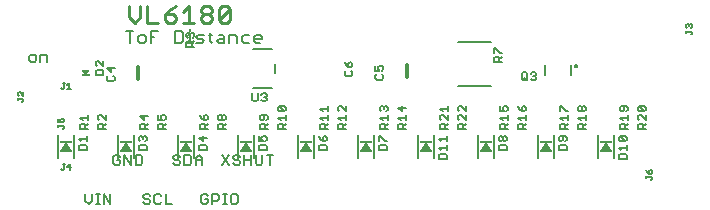
<source format=gbr>
G04 EAGLE Gerber RS-274X export*
G75*
%MOMM*%
%FSLAX34Y34*%
%LPD*%
%INSilkscreen Top*%
%IPPOS*%
%AMOC8*
5,1,8,0,0,1.08239X$1,22.5*%
G01*
%ADD10C,0.152400*%
%ADD11C,0.254000*%
%ADD12C,0.177800*%
%ADD13C,0.127000*%
%ADD14C,0.203200*%
%ADD15R,1.000000X0.200000*%
%ADD16C,0.304800*%
%ADD17R,0.762000X0.127000*%

G36*
X291631Y50335D02*
X291631Y50335D01*
X291703Y50335D01*
X291771Y50355D01*
X291842Y50365D01*
X291907Y50394D01*
X291976Y50414D01*
X292036Y50452D01*
X292101Y50481D01*
X292156Y50527D01*
X292216Y50565D01*
X292264Y50619D01*
X292318Y50665D01*
X292358Y50724D01*
X292405Y50778D01*
X292436Y50842D01*
X292476Y50901D01*
X292497Y50970D01*
X292528Y51034D01*
X292540Y51104D01*
X292561Y51172D01*
X292563Y51244D01*
X292575Y51315D01*
X292567Y51385D01*
X292569Y51456D01*
X292550Y51526D01*
X292542Y51597D01*
X292517Y51652D01*
X292497Y51731D01*
X292436Y51834D01*
X292405Y51903D01*
X290405Y54903D01*
X290328Y54990D01*
X290255Y55080D01*
X290233Y55095D01*
X290215Y55115D01*
X290118Y55177D01*
X290023Y55244D01*
X289997Y55252D01*
X289975Y55267D01*
X289864Y55299D01*
X289754Y55337D01*
X289727Y55338D01*
X289702Y55345D01*
X289586Y55345D01*
X289470Y55351D01*
X289444Y55345D01*
X289417Y55345D01*
X289306Y55313D01*
X289193Y55287D01*
X289170Y55274D01*
X289144Y55266D01*
X289046Y55204D01*
X288945Y55148D01*
X288929Y55130D01*
X288904Y55115D01*
X288719Y54907D01*
X288715Y54903D01*
X286715Y51903D01*
X286684Y51839D01*
X286645Y51779D01*
X286623Y51711D01*
X286592Y51647D01*
X286580Y51576D01*
X286559Y51508D01*
X286557Y51437D01*
X286545Y51367D01*
X286553Y51295D01*
X286551Y51224D01*
X286569Y51155D01*
X286578Y51084D01*
X286605Y51018D01*
X286623Y50949D01*
X286660Y50888D01*
X286687Y50822D01*
X286732Y50766D01*
X286769Y50704D01*
X286820Y50655D01*
X286865Y50600D01*
X286924Y50559D01*
X286976Y50510D01*
X287039Y50477D01*
X287097Y50436D01*
X287165Y50413D01*
X287229Y50380D01*
X287288Y50370D01*
X287366Y50343D01*
X287485Y50337D01*
X287560Y50325D01*
X291560Y50325D01*
X291631Y50335D01*
G37*
G36*
X342431Y50335D02*
X342431Y50335D01*
X342503Y50335D01*
X342571Y50355D01*
X342642Y50365D01*
X342707Y50394D01*
X342776Y50414D01*
X342836Y50452D01*
X342901Y50481D01*
X342956Y50527D01*
X343016Y50565D01*
X343064Y50619D01*
X343118Y50665D01*
X343158Y50724D01*
X343205Y50778D01*
X343236Y50842D01*
X343276Y50901D01*
X343297Y50970D01*
X343328Y51034D01*
X343340Y51104D01*
X343361Y51172D01*
X343363Y51244D01*
X343375Y51315D01*
X343367Y51385D01*
X343369Y51456D01*
X343350Y51526D01*
X343342Y51597D01*
X343317Y51652D01*
X343297Y51731D01*
X343236Y51834D01*
X343205Y51903D01*
X341205Y54903D01*
X341128Y54990D01*
X341055Y55080D01*
X341033Y55095D01*
X341015Y55115D01*
X340918Y55177D01*
X340823Y55244D01*
X340797Y55252D01*
X340775Y55267D01*
X340664Y55299D01*
X340554Y55337D01*
X340527Y55338D01*
X340502Y55345D01*
X340386Y55345D01*
X340270Y55351D01*
X340244Y55345D01*
X340217Y55345D01*
X340106Y55313D01*
X339993Y55287D01*
X339970Y55274D01*
X339944Y55266D01*
X339846Y55204D01*
X339745Y55148D01*
X339729Y55130D01*
X339704Y55115D01*
X339519Y54907D01*
X339515Y54903D01*
X337515Y51903D01*
X337484Y51839D01*
X337445Y51779D01*
X337423Y51711D01*
X337392Y51647D01*
X337380Y51576D01*
X337359Y51508D01*
X337357Y51437D01*
X337345Y51367D01*
X337353Y51295D01*
X337351Y51224D01*
X337369Y51155D01*
X337378Y51084D01*
X337405Y51018D01*
X337423Y50949D01*
X337460Y50888D01*
X337487Y50822D01*
X337532Y50766D01*
X337569Y50704D01*
X337620Y50655D01*
X337665Y50600D01*
X337724Y50559D01*
X337776Y50510D01*
X337839Y50477D01*
X337897Y50436D01*
X337965Y50413D01*
X338029Y50380D01*
X338088Y50370D01*
X338166Y50343D01*
X338285Y50337D01*
X338360Y50325D01*
X342360Y50325D01*
X342431Y50335D01*
G37*
G36*
X494831Y50335D02*
X494831Y50335D01*
X494903Y50335D01*
X494971Y50355D01*
X495042Y50365D01*
X495107Y50394D01*
X495176Y50414D01*
X495236Y50452D01*
X495301Y50481D01*
X495356Y50527D01*
X495416Y50565D01*
X495464Y50619D01*
X495518Y50665D01*
X495558Y50724D01*
X495605Y50778D01*
X495636Y50842D01*
X495676Y50901D01*
X495697Y50970D01*
X495728Y51034D01*
X495740Y51104D01*
X495761Y51172D01*
X495763Y51244D01*
X495775Y51315D01*
X495767Y51385D01*
X495769Y51456D01*
X495750Y51526D01*
X495742Y51597D01*
X495717Y51652D01*
X495697Y51731D01*
X495636Y51834D01*
X495605Y51903D01*
X493605Y54903D01*
X493528Y54990D01*
X493455Y55080D01*
X493433Y55095D01*
X493415Y55115D01*
X493318Y55177D01*
X493223Y55244D01*
X493197Y55252D01*
X493175Y55267D01*
X493064Y55299D01*
X492954Y55337D01*
X492927Y55338D01*
X492902Y55345D01*
X492786Y55345D01*
X492670Y55351D01*
X492644Y55345D01*
X492617Y55345D01*
X492506Y55313D01*
X492393Y55287D01*
X492370Y55274D01*
X492344Y55266D01*
X492246Y55204D01*
X492145Y55148D01*
X492129Y55130D01*
X492104Y55115D01*
X491919Y54907D01*
X491915Y54903D01*
X489915Y51903D01*
X489884Y51839D01*
X489845Y51779D01*
X489823Y51711D01*
X489792Y51647D01*
X489780Y51576D01*
X489759Y51508D01*
X489757Y51437D01*
X489745Y51367D01*
X489753Y51295D01*
X489751Y51224D01*
X489769Y51155D01*
X489778Y51084D01*
X489805Y51018D01*
X489823Y50949D01*
X489860Y50888D01*
X489887Y50822D01*
X489932Y50766D01*
X489969Y50704D01*
X490020Y50655D01*
X490065Y50600D01*
X490124Y50559D01*
X490176Y50510D01*
X490239Y50477D01*
X490297Y50436D01*
X490365Y50413D01*
X490429Y50380D01*
X490488Y50370D01*
X490566Y50343D01*
X490685Y50337D01*
X490760Y50325D01*
X494760Y50325D01*
X494831Y50335D01*
G37*
G36*
X444031Y50335D02*
X444031Y50335D01*
X444103Y50335D01*
X444171Y50355D01*
X444242Y50365D01*
X444307Y50394D01*
X444376Y50414D01*
X444436Y50452D01*
X444501Y50481D01*
X444556Y50527D01*
X444616Y50565D01*
X444664Y50619D01*
X444718Y50665D01*
X444758Y50724D01*
X444805Y50778D01*
X444836Y50842D01*
X444876Y50901D01*
X444897Y50970D01*
X444928Y51034D01*
X444940Y51104D01*
X444961Y51172D01*
X444963Y51244D01*
X444975Y51315D01*
X444967Y51385D01*
X444969Y51456D01*
X444950Y51526D01*
X444942Y51597D01*
X444917Y51652D01*
X444897Y51731D01*
X444836Y51834D01*
X444805Y51903D01*
X442805Y54903D01*
X442728Y54990D01*
X442655Y55080D01*
X442633Y55095D01*
X442615Y55115D01*
X442518Y55177D01*
X442423Y55244D01*
X442397Y55252D01*
X442375Y55267D01*
X442264Y55299D01*
X442154Y55337D01*
X442127Y55338D01*
X442102Y55345D01*
X441986Y55345D01*
X441870Y55351D01*
X441844Y55345D01*
X441817Y55345D01*
X441706Y55313D01*
X441593Y55287D01*
X441570Y55274D01*
X441544Y55266D01*
X441446Y55204D01*
X441345Y55148D01*
X441329Y55130D01*
X441304Y55115D01*
X441119Y54907D01*
X441115Y54903D01*
X439115Y51903D01*
X439084Y51839D01*
X439045Y51779D01*
X439023Y51711D01*
X438992Y51647D01*
X438980Y51576D01*
X438959Y51508D01*
X438957Y51437D01*
X438945Y51367D01*
X438953Y51295D01*
X438951Y51224D01*
X438969Y51155D01*
X438978Y51084D01*
X439005Y51018D01*
X439023Y50949D01*
X439060Y50888D01*
X439087Y50822D01*
X439132Y50766D01*
X439169Y50704D01*
X439220Y50655D01*
X439265Y50600D01*
X439324Y50559D01*
X439376Y50510D01*
X439439Y50477D01*
X439497Y50436D01*
X439565Y50413D01*
X439629Y50380D01*
X439688Y50370D01*
X439766Y50343D01*
X439885Y50337D01*
X439960Y50325D01*
X443960Y50325D01*
X444031Y50335D01*
G37*
G36*
X393231Y50335D02*
X393231Y50335D01*
X393303Y50335D01*
X393371Y50355D01*
X393442Y50365D01*
X393507Y50394D01*
X393576Y50414D01*
X393636Y50452D01*
X393701Y50481D01*
X393756Y50527D01*
X393816Y50565D01*
X393864Y50619D01*
X393918Y50665D01*
X393958Y50724D01*
X394005Y50778D01*
X394036Y50842D01*
X394076Y50901D01*
X394097Y50970D01*
X394128Y51034D01*
X394140Y51104D01*
X394161Y51172D01*
X394163Y51244D01*
X394175Y51315D01*
X394167Y51385D01*
X394169Y51456D01*
X394150Y51526D01*
X394142Y51597D01*
X394117Y51652D01*
X394097Y51731D01*
X394036Y51834D01*
X394005Y51903D01*
X392005Y54903D01*
X391928Y54990D01*
X391855Y55080D01*
X391833Y55095D01*
X391815Y55115D01*
X391718Y55177D01*
X391623Y55244D01*
X391597Y55252D01*
X391575Y55267D01*
X391464Y55299D01*
X391354Y55337D01*
X391327Y55338D01*
X391302Y55345D01*
X391186Y55345D01*
X391070Y55351D01*
X391044Y55345D01*
X391017Y55345D01*
X390906Y55313D01*
X390793Y55287D01*
X390770Y55274D01*
X390744Y55266D01*
X390646Y55204D01*
X390545Y55148D01*
X390529Y55130D01*
X390504Y55115D01*
X390319Y54907D01*
X390315Y54903D01*
X388315Y51903D01*
X388284Y51839D01*
X388245Y51779D01*
X388223Y51711D01*
X388192Y51647D01*
X388180Y51576D01*
X388159Y51508D01*
X388157Y51437D01*
X388145Y51367D01*
X388153Y51295D01*
X388151Y51224D01*
X388169Y51155D01*
X388178Y51084D01*
X388205Y51018D01*
X388223Y50949D01*
X388260Y50888D01*
X388287Y50822D01*
X388332Y50766D01*
X388369Y50704D01*
X388420Y50655D01*
X388465Y50600D01*
X388524Y50559D01*
X388576Y50510D01*
X388639Y50477D01*
X388697Y50436D01*
X388765Y50413D01*
X388829Y50380D01*
X388888Y50370D01*
X388966Y50343D01*
X389085Y50337D01*
X389160Y50325D01*
X393160Y50325D01*
X393231Y50335D01*
G37*
G36*
X37631Y50335D02*
X37631Y50335D01*
X37703Y50335D01*
X37771Y50355D01*
X37842Y50365D01*
X37907Y50394D01*
X37976Y50414D01*
X38036Y50452D01*
X38101Y50481D01*
X38156Y50527D01*
X38216Y50565D01*
X38264Y50619D01*
X38318Y50665D01*
X38358Y50724D01*
X38405Y50778D01*
X38436Y50842D01*
X38476Y50901D01*
X38497Y50970D01*
X38528Y51034D01*
X38540Y51104D01*
X38561Y51172D01*
X38563Y51244D01*
X38575Y51315D01*
X38567Y51385D01*
X38569Y51456D01*
X38550Y51526D01*
X38542Y51597D01*
X38517Y51652D01*
X38497Y51731D01*
X38436Y51834D01*
X38405Y51903D01*
X36405Y54903D01*
X36328Y54990D01*
X36255Y55080D01*
X36233Y55095D01*
X36215Y55115D01*
X36118Y55177D01*
X36023Y55244D01*
X35997Y55252D01*
X35975Y55267D01*
X35864Y55299D01*
X35754Y55337D01*
X35727Y55338D01*
X35702Y55345D01*
X35586Y55345D01*
X35470Y55351D01*
X35444Y55345D01*
X35417Y55345D01*
X35306Y55313D01*
X35193Y55287D01*
X35170Y55274D01*
X35144Y55266D01*
X35046Y55204D01*
X34945Y55148D01*
X34929Y55130D01*
X34904Y55115D01*
X34719Y54907D01*
X34715Y54903D01*
X32715Y51903D01*
X32684Y51839D01*
X32645Y51779D01*
X32623Y51711D01*
X32592Y51647D01*
X32580Y51576D01*
X32559Y51508D01*
X32557Y51437D01*
X32545Y51367D01*
X32553Y51295D01*
X32551Y51224D01*
X32569Y51155D01*
X32578Y51084D01*
X32605Y51018D01*
X32623Y50949D01*
X32660Y50888D01*
X32687Y50822D01*
X32732Y50766D01*
X32769Y50704D01*
X32820Y50655D01*
X32865Y50600D01*
X32924Y50559D01*
X32976Y50510D01*
X33039Y50477D01*
X33097Y50436D01*
X33165Y50413D01*
X33229Y50380D01*
X33288Y50370D01*
X33366Y50343D01*
X33485Y50337D01*
X33560Y50325D01*
X37560Y50325D01*
X37631Y50335D01*
G37*
G36*
X240831Y50335D02*
X240831Y50335D01*
X240903Y50335D01*
X240971Y50355D01*
X241042Y50365D01*
X241107Y50394D01*
X241176Y50414D01*
X241236Y50452D01*
X241301Y50481D01*
X241356Y50527D01*
X241416Y50565D01*
X241464Y50619D01*
X241518Y50665D01*
X241558Y50724D01*
X241605Y50778D01*
X241636Y50842D01*
X241676Y50901D01*
X241697Y50970D01*
X241728Y51034D01*
X241740Y51104D01*
X241761Y51172D01*
X241763Y51244D01*
X241775Y51315D01*
X241767Y51385D01*
X241769Y51456D01*
X241750Y51526D01*
X241742Y51597D01*
X241717Y51652D01*
X241697Y51731D01*
X241636Y51834D01*
X241605Y51903D01*
X239605Y54903D01*
X239528Y54990D01*
X239455Y55080D01*
X239433Y55095D01*
X239415Y55115D01*
X239318Y55177D01*
X239223Y55244D01*
X239197Y55252D01*
X239175Y55267D01*
X239064Y55299D01*
X238954Y55337D01*
X238927Y55338D01*
X238902Y55345D01*
X238786Y55345D01*
X238670Y55351D01*
X238644Y55345D01*
X238617Y55345D01*
X238506Y55313D01*
X238393Y55287D01*
X238370Y55274D01*
X238344Y55266D01*
X238246Y55204D01*
X238145Y55148D01*
X238129Y55130D01*
X238104Y55115D01*
X237919Y54907D01*
X237915Y54903D01*
X235915Y51903D01*
X235884Y51839D01*
X235845Y51779D01*
X235823Y51711D01*
X235792Y51647D01*
X235780Y51576D01*
X235759Y51508D01*
X235757Y51437D01*
X235745Y51367D01*
X235753Y51295D01*
X235751Y51224D01*
X235769Y51155D01*
X235778Y51084D01*
X235805Y51018D01*
X235823Y50949D01*
X235860Y50888D01*
X235887Y50822D01*
X235932Y50766D01*
X235969Y50704D01*
X236020Y50655D01*
X236065Y50600D01*
X236124Y50559D01*
X236176Y50510D01*
X236239Y50477D01*
X236297Y50436D01*
X236365Y50413D01*
X236429Y50380D01*
X236488Y50370D01*
X236566Y50343D01*
X236685Y50337D01*
X236760Y50325D01*
X240760Y50325D01*
X240831Y50335D01*
G37*
G36*
X190031Y50335D02*
X190031Y50335D01*
X190103Y50335D01*
X190171Y50355D01*
X190242Y50365D01*
X190307Y50394D01*
X190376Y50414D01*
X190436Y50452D01*
X190501Y50481D01*
X190556Y50527D01*
X190616Y50565D01*
X190664Y50619D01*
X190718Y50665D01*
X190758Y50724D01*
X190805Y50778D01*
X190836Y50842D01*
X190876Y50901D01*
X190897Y50970D01*
X190928Y51034D01*
X190940Y51104D01*
X190961Y51172D01*
X190963Y51244D01*
X190975Y51315D01*
X190967Y51385D01*
X190969Y51456D01*
X190950Y51526D01*
X190942Y51597D01*
X190917Y51652D01*
X190897Y51731D01*
X190836Y51834D01*
X190805Y51903D01*
X188805Y54903D01*
X188728Y54990D01*
X188655Y55080D01*
X188633Y55095D01*
X188615Y55115D01*
X188518Y55177D01*
X188423Y55244D01*
X188397Y55252D01*
X188375Y55267D01*
X188264Y55299D01*
X188154Y55337D01*
X188127Y55338D01*
X188102Y55345D01*
X187986Y55345D01*
X187870Y55351D01*
X187844Y55345D01*
X187817Y55345D01*
X187706Y55313D01*
X187593Y55287D01*
X187570Y55274D01*
X187544Y55266D01*
X187446Y55204D01*
X187345Y55148D01*
X187329Y55130D01*
X187304Y55115D01*
X187119Y54907D01*
X187115Y54903D01*
X185115Y51903D01*
X185084Y51839D01*
X185045Y51779D01*
X185023Y51711D01*
X184992Y51647D01*
X184980Y51576D01*
X184959Y51508D01*
X184957Y51437D01*
X184945Y51367D01*
X184953Y51295D01*
X184951Y51224D01*
X184969Y51155D01*
X184978Y51084D01*
X185005Y51018D01*
X185023Y50949D01*
X185060Y50888D01*
X185087Y50822D01*
X185132Y50766D01*
X185169Y50704D01*
X185220Y50655D01*
X185265Y50600D01*
X185324Y50559D01*
X185376Y50510D01*
X185439Y50477D01*
X185497Y50436D01*
X185565Y50413D01*
X185629Y50380D01*
X185688Y50370D01*
X185766Y50343D01*
X185885Y50337D01*
X185960Y50325D01*
X189960Y50325D01*
X190031Y50335D01*
G37*
G36*
X139231Y50335D02*
X139231Y50335D01*
X139303Y50335D01*
X139371Y50355D01*
X139442Y50365D01*
X139507Y50394D01*
X139576Y50414D01*
X139636Y50452D01*
X139701Y50481D01*
X139756Y50527D01*
X139816Y50565D01*
X139864Y50619D01*
X139918Y50665D01*
X139958Y50724D01*
X140005Y50778D01*
X140036Y50842D01*
X140076Y50901D01*
X140097Y50970D01*
X140128Y51034D01*
X140140Y51104D01*
X140161Y51172D01*
X140163Y51244D01*
X140175Y51315D01*
X140167Y51385D01*
X140169Y51456D01*
X140150Y51526D01*
X140142Y51597D01*
X140117Y51652D01*
X140097Y51731D01*
X140036Y51834D01*
X140005Y51903D01*
X138005Y54903D01*
X137928Y54990D01*
X137855Y55080D01*
X137833Y55095D01*
X137815Y55115D01*
X137718Y55177D01*
X137623Y55244D01*
X137597Y55252D01*
X137575Y55267D01*
X137464Y55299D01*
X137354Y55337D01*
X137327Y55338D01*
X137302Y55345D01*
X137186Y55345D01*
X137070Y55351D01*
X137044Y55345D01*
X137017Y55345D01*
X136906Y55313D01*
X136793Y55287D01*
X136770Y55274D01*
X136744Y55266D01*
X136646Y55204D01*
X136545Y55148D01*
X136529Y55130D01*
X136504Y55115D01*
X136319Y54907D01*
X136315Y54903D01*
X134315Y51903D01*
X134284Y51839D01*
X134245Y51779D01*
X134223Y51711D01*
X134192Y51647D01*
X134180Y51576D01*
X134159Y51508D01*
X134157Y51437D01*
X134145Y51367D01*
X134153Y51295D01*
X134151Y51224D01*
X134169Y51155D01*
X134178Y51084D01*
X134205Y51018D01*
X134223Y50949D01*
X134260Y50888D01*
X134287Y50822D01*
X134332Y50766D01*
X134369Y50704D01*
X134420Y50655D01*
X134465Y50600D01*
X134524Y50559D01*
X134576Y50510D01*
X134639Y50477D01*
X134697Y50436D01*
X134765Y50413D01*
X134829Y50380D01*
X134888Y50370D01*
X134966Y50343D01*
X135085Y50337D01*
X135160Y50325D01*
X139160Y50325D01*
X139231Y50335D01*
G37*
G36*
X88431Y50335D02*
X88431Y50335D01*
X88503Y50335D01*
X88571Y50355D01*
X88642Y50365D01*
X88707Y50394D01*
X88776Y50414D01*
X88836Y50452D01*
X88901Y50481D01*
X88956Y50527D01*
X89016Y50565D01*
X89064Y50619D01*
X89118Y50665D01*
X89158Y50724D01*
X89205Y50778D01*
X89236Y50842D01*
X89276Y50901D01*
X89297Y50970D01*
X89328Y51034D01*
X89340Y51104D01*
X89361Y51172D01*
X89363Y51244D01*
X89375Y51315D01*
X89367Y51385D01*
X89369Y51456D01*
X89350Y51526D01*
X89342Y51597D01*
X89317Y51652D01*
X89297Y51731D01*
X89236Y51834D01*
X89205Y51903D01*
X87205Y54903D01*
X87128Y54990D01*
X87055Y55080D01*
X87033Y55095D01*
X87015Y55115D01*
X86918Y55177D01*
X86823Y55244D01*
X86797Y55252D01*
X86775Y55267D01*
X86664Y55299D01*
X86554Y55337D01*
X86527Y55338D01*
X86502Y55345D01*
X86386Y55345D01*
X86270Y55351D01*
X86244Y55345D01*
X86217Y55345D01*
X86106Y55313D01*
X85993Y55287D01*
X85970Y55274D01*
X85944Y55266D01*
X85846Y55204D01*
X85745Y55148D01*
X85729Y55130D01*
X85704Y55115D01*
X85519Y54907D01*
X85515Y54903D01*
X83515Y51903D01*
X83484Y51839D01*
X83445Y51779D01*
X83423Y51711D01*
X83392Y51647D01*
X83380Y51576D01*
X83359Y51508D01*
X83357Y51437D01*
X83345Y51367D01*
X83353Y51295D01*
X83351Y51224D01*
X83369Y51155D01*
X83378Y51084D01*
X83405Y51018D01*
X83423Y50949D01*
X83460Y50888D01*
X83487Y50822D01*
X83532Y50766D01*
X83569Y50704D01*
X83620Y50655D01*
X83665Y50600D01*
X83724Y50559D01*
X83776Y50510D01*
X83839Y50477D01*
X83897Y50436D01*
X83965Y50413D01*
X84029Y50380D01*
X84088Y50370D01*
X84166Y50343D01*
X84285Y50337D01*
X84360Y50325D01*
X88360Y50325D01*
X88431Y50335D01*
G37*
G36*
X52109Y113416D02*
X52109Y113416D01*
X52129Y113414D01*
X52230Y113439D01*
X52332Y113458D01*
X52349Y113468D01*
X52368Y113472D01*
X52456Y113528D01*
X52546Y113579D01*
X52563Y113596D01*
X52576Y113604D01*
X52596Y113629D01*
X52664Y113697D01*
X55204Y116872D01*
X55219Y116898D01*
X55240Y116920D01*
X55279Y117005D01*
X55325Y117087D01*
X55331Y117116D01*
X55343Y117143D01*
X55353Y117236D01*
X55371Y117328D01*
X55367Y117358D01*
X55370Y117387D01*
X55350Y117479D01*
X55338Y117572D01*
X55324Y117599D01*
X55318Y117628D01*
X55270Y117708D01*
X55228Y117792D01*
X55207Y117813D01*
X55192Y117839D01*
X55120Y117900D01*
X55054Y117966D01*
X55028Y117979D01*
X55005Y117999D01*
X54918Y118034D01*
X54834Y118076D01*
X54804Y118080D01*
X54777Y118091D01*
X54610Y118109D01*
X49530Y118109D01*
X49501Y118104D01*
X49471Y118107D01*
X49380Y118085D01*
X49287Y118070D01*
X49261Y118056D01*
X49232Y118049D01*
X49153Y117998D01*
X49070Y117954D01*
X49049Y117933D01*
X49024Y117917D01*
X48965Y117844D01*
X48901Y117776D01*
X48888Y117749D01*
X48869Y117726D01*
X48836Y117638D01*
X48797Y117553D01*
X48794Y117523D01*
X48783Y117496D01*
X48780Y117402D01*
X48770Y117309D01*
X48776Y117279D01*
X48775Y117250D01*
X48802Y117160D01*
X48822Y117068D01*
X48837Y117043D01*
X48846Y117014D01*
X48936Y116872D01*
X51476Y113697D01*
X51553Y113628D01*
X51626Y113555D01*
X51644Y113546D01*
X51658Y113533D01*
X51754Y113491D01*
X51846Y113445D01*
X51866Y113443D01*
X51884Y113435D01*
X51987Y113426D01*
X52090Y113412D01*
X52109Y113416D01*
G37*
D10*
X51788Y13215D02*
X51788Y7453D01*
X54670Y4572D01*
X57551Y7453D01*
X57551Y13215D01*
X61144Y4572D02*
X64025Y4572D01*
X62584Y4572D02*
X62584Y13215D01*
X61144Y13215D02*
X64025Y13215D01*
X67380Y13215D02*
X67380Y4572D01*
X73143Y4572D02*
X67380Y13215D01*
X73143Y13215D02*
X73143Y4572D01*
X81391Y44795D02*
X79951Y46235D01*
X77070Y46235D01*
X75629Y44795D01*
X75629Y39033D01*
X77070Y37592D01*
X79951Y37592D01*
X81391Y39033D01*
X81391Y41914D01*
X78510Y41914D01*
X84984Y46235D02*
X84984Y37592D01*
X90747Y37592D02*
X84984Y46235D01*
X90747Y46235D02*
X90747Y37592D01*
X94340Y37592D02*
X94340Y46235D01*
X94340Y37592D02*
X98661Y37592D01*
X100102Y39033D01*
X100102Y44795D01*
X98661Y46235D01*
X94340Y46235D01*
X105351Y13215D02*
X106791Y11775D01*
X105351Y13215D02*
X102470Y13215D01*
X101029Y11775D01*
X101029Y10334D01*
X102470Y8894D01*
X105351Y8894D01*
X106791Y7453D01*
X106791Y6013D01*
X105351Y4572D01*
X102470Y4572D01*
X101029Y6013D01*
X114706Y13215D02*
X116147Y11775D01*
X114706Y13215D02*
X111825Y13215D01*
X110384Y11775D01*
X110384Y6013D01*
X111825Y4572D01*
X114706Y4572D01*
X116147Y6013D01*
X119740Y4572D02*
X119740Y13215D01*
X119740Y4572D02*
X125502Y4572D01*
X132191Y44795D02*
X130751Y46235D01*
X127870Y46235D01*
X126429Y44795D01*
X126429Y43354D01*
X127870Y41914D01*
X130751Y41914D01*
X132191Y40473D01*
X132191Y39033D01*
X130751Y37592D01*
X127870Y37592D01*
X126429Y39033D01*
X135784Y37592D02*
X135784Y46235D01*
X135784Y37592D02*
X140106Y37592D01*
X141547Y39033D01*
X141547Y44795D01*
X140106Y46235D01*
X135784Y46235D01*
X145140Y43354D02*
X145140Y37592D01*
X145140Y43354D02*
X148021Y46235D01*
X150902Y43354D01*
X150902Y37592D01*
X150902Y41914D02*
X145140Y41914D01*
X154303Y13215D02*
X155743Y11775D01*
X154303Y13215D02*
X151421Y13215D01*
X149981Y11775D01*
X149981Y6013D01*
X151421Y4572D01*
X154303Y4572D01*
X155743Y6013D01*
X155743Y8894D01*
X152862Y8894D01*
X159336Y13215D02*
X159336Y4572D01*
X159336Y13215D02*
X163658Y13215D01*
X165098Y11775D01*
X165098Y8894D01*
X163658Y7453D01*
X159336Y7453D01*
X168691Y4572D02*
X171572Y4572D01*
X170132Y4572D02*
X170132Y13215D01*
X171572Y13215D02*
X168691Y13215D01*
X176369Y13215D02*
X179250Y13215D01*
X176369Y13215D02*
X174928Y11775D01*
X174928Y6013D01*
X176369Y4572D01*
X179250Y4572D01*
X180690Y6013D01*
X180690Y11775D01*
X179250Y13215D01*
X173636Y37592D02*
X167874Y46235D01*
X173636Y46235D02*
X167874Y37592D01*
X181551Y46235D02*
X182991Y44795D01*
X181551Y46235D02*
X178670Y46235D01*
X177229Y44795D01*
X177229Y43354D01*
X178670Y41914D01*
X181551Y41914D01*
X182991Y40473D01*
X182991Y39033D01*
X181551Y37592D01*
X178670Y37592D01*
X177229Y39033D01*
X186584Y37592D02*
X186584Y46235D01*
X186584Y41914D02*
X192347Y41914D01*
X192347Y46235D02*
X192347Y37592D01*
X195940Y39033D02*
X195940Y46235D01*
X195940Y39033D02*
X197380Y37592D01*
X200261Y37592D01*
X201702Y39033D01*
X201702Y46235D01*
X208176Y46235D02*
X208176Y37592D01*
X205295Y46235D02*
X211057Y46235D01*
D11*
X89013Y162776D02*
X89013Y172097D01*
X89013Y162776D02*
X93674Y158115D01*
X98335Y162776D01*
X98335Y172097D01*
X104216Y172097D02*
X104216Y158115D01*
X113537Y158115D01*
X124078Y169767D02*
X128739Y172097D01*
X124078Y169767D02*
X119418Y165106D01*
X119418Y160445D01*
X121748Y158115D01*
X126409Y158115D01*
X128739Y160445D01*
X128739Y162776D01*
X126409Y165106D01*
X119418Y165106D01*
X134620Y167436D02*
X139281Y172097D01*
X139281Y158115D01*
X143941Y158115D02*
X134620Y158115D01*
X149822Y169767D02*
X152153Y172097D01*
X156813Y172097D01*
X159143Y169767D01*
X159143Y167436D01*
X156813Y165106D01*
X159143Y162776D01*
X159143Y160445D01*
X156813Y158115D01*
X152153Y158115D01*
X149822Y160445D01*
X149822Y162776D01*
X152153Y165106D01*
X149822Y167436D01*
X149822Y169767D01*
X152153Y165106D02*
X156813Y165106D01*
X165024Y160445D02*
X165024Y169767D01*
X167355Y172097D01*
X172015Y172097D01*
X174346Y169767D01*
X174346Y160445D01*
X172015Y158115D01*
X167355Y158115D01*
X165024Y160445D01*
X174346Y169767D01*
D12*
X89250Y150884D02*
X89250Y141224D01*
X86030Y150884D02*
X92470Y150884D01*
X98164Y141224D02*
X101384Y141224D01*
X102994Y142834D01*
X102994Y146054D01*
X101384Y147664D01*
X98164Y147664D01*
X96554Y146054D01*
X96554Y142834D01*
X98164Y141224D01*
X107079Y141224D02*
X107079Y150884D01*
X113519Y150884D01*
X110299Y146054D02*
X107079Y146054D01*
X128128Y150884D02*
X128128Y141224D01*
X132958Y141224D01*
X134568Y142834D01*
X134568Y149274D01*
X132958Y150884D01*
X128128Y150884D01*
X138653Y147664D02*
X140263Y147664D01*
X140263Y141224D01*
X138653Y141224D02*
X141873Y141224D01*
X140263Y150884D02*
X140263Y152494D01*
X145669Y141224D02*
X150499Y141224D01*
X152109Y142834D01*
X150499Y144444D01*
X147279Y144444D01*
X145669Y146054D01*
X147279Y147664D01*
X152109Y147664D01*
X157804Y149274D02*
X157804Y142834D01*
X159414Y141224D01*
X159414Y147664D02*
X156194Y147664D01*
X164820Y147664D02*
X168040Y147664D01*
X169650Y146054D01*
X169650Y141224D01*
X164820Y141224D01*
X163210Y142834D01*
X164820Y144444D01*
X169650Y144444D01*
X173735Y141224D02*
X173735Y147664D01*
X178565Y147664D01*
X180175Y146054D01*
X180175Y141224D01*
X185869Y147664D02*
X190699Y147664D01*
X185869Y147664D02*
X184259Y146054D01*
X184259Y142834D01*
X185869Y141224D01*
X190699Y141224D01*
X196394Y141224D02*
X199614Y141224D01*
X196394Y141224D02*
X194784Y142834D01*
X194784Y146054D01*
X196394Y147664D01*
X199614Y147664D01*
X201224Y146054D01*
X201224Y144444D01*
X194784Y144444D01*
D13*
X8894Y125095D02*
X5928Y125095D01*
X8894Y125095D02*
X10377Y126578D01*
X10377Y129544D01*
X8894Y131027D01*
X5928Y131027D01*
X4445Y129544D01*
X4445Y126578D01*
X5928Y125095D01*
X13800Y125095D02*
X13800Y131027D01*
X18249Y131027D01*
X19732Y129544D01*
X19732Y125095D01*
D14*
X42560Y63340D02*
X42560Y43340D01*
X28560Y43340D02*
X28560Y63340D01*
X35560Y55840D02*
X39560Y49840D01*
X31560Y49840D01*
X35560Y55840D01*
D15*
X35560Y56840D03*
D10*
X46316Y50134D02*
X52926Y50134D01*
X52926Y53439D01*
X51824Y54540D01*
X47418Y54540D01*
X46316Y53439D01*
X46316Y50134D01*
X48520Y57618D02*
X46316Y59821D01*
X52926Y59821D01*
X52926Y57618D02*
X52926Y62024D01*
D16*
X96520Y110490D02*
X96520Y120650D01*
D10*
X71200Y113118D02*
X70098Y112017D01*
X70098Y109814D01*
X71200Y108712D01*
X75606Y108712D01*
X76708Y109814D01*
X76708Y112017D01*
X75606Y113118D01*
X76708Y119501D02*
X70098Y119501D01*
X73403Y116196D01*
X73403Y120603D01*
D14*
X193930Y135880D02*
X209930Y135880D01*
X209930Y102880D02*
X193930Y102880D01*
X212430Y115380D02*
X212430Y123380D01*
D10*
X193344Y98304D02*
X193344Y92796D01*
X194445Y91694D01*
X196649Y91694D01*
X197750Y92796D01*
X197750Y98304D01*
X200828Y97202D02*
X201929Y98304D01*
X204133Y98304D01*
X205234Y97202D01*
X205234Y96100D01*
X204133Y94999D01*
X203031Y94999D01*
X204133Y94999D02*
X205234Y93897D01*
X205234Y92796D01*
X204133Y91694D01*
X201929Y91694D01*
X200828Y92796D01*
D16*
X323850Y111760D02*
X323850Y121920D01*
D10*
X298530Y114388D02*
X297428Y113287D01*
X297428Y111084D01*
X298530Y109982D01*
X302936Y109982D01*
X304038Y111084D01*
X304038Y113287D01*
X302936Y114388D01*
X297428Y117466D02*
X297428Y121873D01*
X297428Y117466D02*
X300733Y117466D01*
X299632Y119669D01*
X299632Y120771D01*
X300733Y121873D01*
X302936Y121873D01*
X304038Y120771D01*
X304038Y118568D01*
X302936Y117466D01*
X272368Y117200D02*
X271266Y116099D01*
X271266Y113895D01*
X272368Y112794D01*
X276774Y112794D01*
X277876Y113895D01*
X277876Y116099D01*
X276774Y117200D01*
X272368Y122481D02*
X271266Y124684D01*
X272368Y122481D02*
X274571Y120278D01*
X276774Y120278D01*
X277876Y121379D01*
X277876Y123583D01*
X276774Y124684D01*
X275673Y124684D01*
X274571Y123583D01*
X274571Y120278D01*
D14*
X367000Y104190D02*
X395000Y104190D01*
X395000Y142190D02*
X367000Y142190D01*
D10*
X397756Y124984D02*
X404366Y124984D01*
X397756Y124984D02*
X397756Y128289D01*
X398858Y129390D01*
X401061Y129390D01*
X402163Y128289D01*
X402163Y124984D01*
X402163Y127187D02*
X404366Y129390D01*
X397756Y132468D02*
X397756Y136874D01*
X398858Y136874D01*
X403264Y132468D01*
X404366Y132468D01*
D14*
X463120Y122610D02*
X463120Y113610D01*
X441120Y113610D02*
X441120Y122610D01*
X466120Y121610D02*
X466122Y121673D01*
X466128Y121735D01*
X466138Y121797D01*
X466151Y121859D01*
X466169Y121919D01*
X466190Y121978D01*
X466215Y122036D01*
X466244Y122092D01*
X466276Y122146D01*
X466311Y122198D01*
X466349Y122247D01*
X466391Y122295D01*
X466435Y122339D01*
X466483Y122381D01*
X466532Y122419D01*
X466584Y122454D01*
X466638Y122486D01*
X466694Y122515D01*
X466752Y122540D01*
X466811Y122561D01*
X466871Y122579D01*
X466933Y122592D01*
X466995Y122602D01*
X467057Y122608D01*
X467120Y122610D01*
X467183Y122608D01*
X467245Y122602D01*
X467307Y122592D01*
X467369Y122579D01*
X467429Y122561D01*
X467488Y122540D01*
X467546Y122515D01*
X467602Y122486D01*
X467656Y122454D01*
X467708Y122419D01*
X467757Y122381D01*
X467805Y122339D01*
X467849Y122295D01*
X467891Y122247D01*
X467929Y122198D01*
X467964Y122146D01*
X467996Y122092D01*
X468025Y122036D01*
X468050Y121978D01*
X468071Y121919D01*
X468089Y121859D01*
X468102Y121797D01*
X468112Y121735D01*
X468118Y121673D01*
X468120Y121610D01*
X468118Y121547D01*
X468112Y121485D01*
X468102Y121423D01*
X468089Y121361D01*
X468071Y121301D01*
X468050Y121242D01*
X468025Y121184D01*
X467996Y121128D01*
X467964Y121074D01*
X467929Y121022D01*
X467891Y120973D01*
X467849Y120925D01*
X467805Y120881D01*
X467757Y120839D01*
X467708Y120801D01*
X467656Y120766D01*
X467602Y120734D01*
X467546Y120705D01*
X467488Y120680D01*
X467429Y120659D01*
X467369Y120641D01*
X467307Y120628D01*
X467245Y120618D01*
X467183Y120612D01*
X467120Y120610D01*
X467057Y120612D01*
X466995Y120618D01*
X466933Y120628D01*
X466871Y120641D01*
X466811Y120659D01*
X466752Y120680D01*
X466694Y120705D01*
X466638Y120734D01*
X466584Y120766D01*
X466532Y120801D01*
X466483Y120839D01*
X466435Y120881D01*
X466391Y120925D01*
X466349Y120973D01*
X466311Y121022D01*
X466276Y121074D01*
X466244Y121128D01*
X466215Y121184D01*
X466190Y121242D01*
X466169Y121301D01*
X466151Y121361D01*
X466138Y121423D01*
X466128Y121485D01*
X466122Y121547D01*
X466120Y121610D01*
D10*
X421404Y114982D02*
X421404Y110576D01*
X421404Y114982D02*
X422505Y116084D01*
X424709Y116084D01*
X425810Y114982D01*
X425810Y110576D01*
X424709Y109474D01*
X422505Y109474D01*
X421404Y110576D01*
X423607Y111677D02*
X425810Y109474D01*
X428888Y114982D02*
X429989Y116084D01*
X432193Y116084D01*
X433294Y114982D01*
X433294Y113880D01*
X432193Y112779D01*
X431091Y112779D01*
X432193Y112779D02*
X433294Y111677D01*
X433294Y110576D01*
X432193Y109474D01*
X429989Y109474D01*
X428888Y110576D01*
D17*
X52070Y113538D03*
D10*
X60446Y114064D02*
X67056Y114064D01*
X67056Y117369D01*
X65954Y118470D01*
X61548Y118470D01*
X60446Y117369D01*
X60446Y114064D01*
X67056Y121548D02*
X67056Y125954D01*
X67056Y121548D02*
X62650Y125954D01*
X61548Y125954D01*
X60446Y124853D01*
X60446Y122649D01*
X61548Y121548D01*
X53848Y68072D02*
X47238Y68072D01*
X47238Y71377D01*
X48340Y72478D01*
X50543Y72478D01*
X51645Y71377D01*
X51645Y68072D01*
X51645Y70275D02*
X53848Y72478D01*
X49442Y75556D02*
X47238Y77759D01*
X53848Y77759D01*
X53848Y75556D02*
X53848Y79963D01*
X62478Y68072D02*
X69088Y68072D01*
X62478Y68072D02*
X62478Y71377D01*
X63580Y72478D01*
X65783Y72478D01*
X66885Y71377D01*
X66885Y68072D01*
X66885Y70275D02*
X69088Y72478D01*
X69088Y75556D02*
X69088Y79963D01*
X64682Y79963D02*
X69088Y75556D01*
X64682Y79963D02*
X63580Y79963D01*
X62478Y78861D01*
X62478Y76658D01*
X63580Y75556D01*
X137408Y137922D02*
X144018Y137922D01*
X137408Y137922D02*
X137408Y141227D01*
X138510Y142328D01*
X140713Y142328D01*
X141815Y141227D01*
X141815Y137922D01*
X141815Y140125D02*
X144018Y142328D01*
X138510Y145406D02*
X137408Y146508D01*
X137408Y148711D01*
X138510Y149813D01*
X139612Y149813D01*
X140713Y148711D01*
X140713Y147609D01*
X140713Y148711D02*
X141815Y149813D01*
X142916Y149813D01*
X144018Y148711D01*
X144018Y146508D01*
X142916Y145406D01*
D13*
X31920Y102235D02*
X31115Y103040D01*
X31920Y102235D02*
X32725Y102235D01*
X33530Y103040D01*
X33530Y107065D01*
X32725Y107065D02*
X34335Y107065D01*
X36728Y105455D02*
X38338Y107065D01*
X38338Y102235D01*
X36728Y102235D02*
X39948Y102235D01*
X-635Y91610D02*
X-1440Y90805D01*
X-635Y91610D02*
X-635Y92415D01*
X-1440Y93220D01*
X-5465Y93220D01*
X-5465Y92415D02*
X-5465Y94025D01*
X-635Y96418D02*
X-635Y99638D01*
X-635Y96418D02*
X-3855Y99638D01*
X-4660Y99638D01*
X-5465Y98833D01*
X-5465Y97223D01*
X-4660Y96418D01*
X564726Y148159D02*
X565531Y148964D01*
X565531Y149769D01*
X564726Y150574D01*
X560701Y150574D01*
X560701Y149769D02*
X560701Y151379D01*
X561506Y153772D02*
X560701Y154577D01*
X560701Y156187D01*
X561506Y156992D01*
X562311Y156992D01*
X563116Y156187D01*
X563116Y155382D01*
X563116Y156187D02*
X563921Y156992D01*
X564726Y156992D01*
X565531Y156187D01*
X565531Y154577D01*
X564726Y153772D01*
X31920Y33655D02*
X31115Y34460D01*
X31920Y33655D02*
X32725Y33655D01*
X33530Y34460D01*
X33530Y38485D01*
X32725Y38485D02*
X34335Y38485D01*
X39143Y38485D02*
X39143Y33655D01*
X36728Y36070D02*
X39143Y38485D01*
X39948Y36070D02*
X36728Y36070D01*
D14*
X93360Y43340D02*
X93360Y63340D01*
X79360Y63340D02*
X79360Y43340D01*
X90360Y49840D02*
X86360Y55840D01*
X90360Y49840D02*
X82360Y49840D01*
X86360Y55840D01*
D15*
X86360Y56840D03*
D10*
X97116Y50134D02*
X103726Y50134D01*
X103726Y53439D01*
X102624Y54540D01*
X98218Y54540D01*
X97116Y53439D01*
X97116Y50134D01*
X98218Y57618D02*
X97116Y58719D01*
X97116Y60923D01*
X98218Y62024D01*
X99320Y62024D01*
X100421Y60923D01*
X100421Y59821D01*
X100421Y60923D02*
X101523Y62024D01*
X102624Y62024D01*
X103726Y60923D01*
X103726Y58719D01*
X102624Y57618D01*
X104648Y68072D02*
X98038Y68072D01*
X98038Y71377D01*
X99140Y72478D01*
X101343Y72478D01*
X102445Y71377D01*
X102445Y68072D01*
X102445Y70275D02*
X104648Y72478D01*
X104648Y78861D02*
X98038Y78861D01*
X101343Y75556D01*
X101343Y79963D01*
X113278Y68072D02*
X119888Y68072D01*
X113278Y68072D02*
X113278Y71377D01*
X114380Y72478D01*
X116583Y72478D01*
X117685Y71377D01*
X117685Y68072D01*
X117685Y70275D02*
X119888Y72478D01*
X113278Y75556D02*
X113278Y79963D01*
X113278Y75556D02*
X116583Y75556D01*
X115482Y77759D01*
X115482Y78861D01*
X116583Y79963D01*
X118786Y79963D01*
X119888Y78861D01*
X119888Y76658D01*
X118786Y75556D01*
D13*
X33401Y68954D02*
X32596Y68149D01*
X33401Y68954D02*
X33401Y69759D01*
X32596Y70564D01*
X28571Y70564D01*
X28571Y69759D02*
X28571Y71369D01*
X28571Y73762D02*
X28571Y76982D01*
X28571Y73762D02*
X30986Y73762D01*
X30181Y75372D01*
X30181Y76177D01*
X30986Y76982D01*
X32596Y76982D01*
X33401Y76177D01*
X33401Y74567D01*
X32596Y73762D01*
X530690Y24765D02*
X531495Y25570D01*
X531495Y26375D01*
X530690Y27180D01*
X526665Y27180D01*
X526665Y26375D02*
X526665Y27985D01*
X527470Y31988D02*
X526665Y33598D01*
X527470Y31988D02*
X529080Y30378D01*
X530690Y30378D01*
X531495Y31183D01*
X531495Y32793D01*
X530690Y33598D01*
X529885Y33598D01*
X529080Y32793D01*
X529080Y30378D01*
D14*
X144160Y43340D02*
X144160Y63340D01*
X130160Y63340D02*
X130160Y43340D01*
X141160Y49840D02*
X137160Y55840D01*
X141160Y49840D02*
X133160Y49840D01*
X137160Y55840D01*
D15*
X137160Y56840D03*
D10*
X147916Y50134D02*
X154526Y50134D01*
X154526Y53439D01*
X153424Y54540D01*
X149018Y54540D01*
X147916Y53439D01*
X147916Y50134D01*
X147916Y60923D02*
X154526Y60923D01*
X151221Y57618D02*
X147916Y60923D01*
X151221Y62024D02*
X151221Y57618D01*
X148838Y68072D02*
X155448Y68072D01*
X148838Y68072D02*
X148838Y71377D01*
X149940Y72478D01*
X152143Y72478D01*
X153245Y71377D01*
X153245Y68072D01*
X153245Y70275D02*
X155448Y72478D01*
X149940Y77759D02*
X148838Y79963D01*
X149940Y77759D02*
X152143Y75556D01*
X154346Y75556D01*
X155448Y76658D01*
X155448Y78861D01*
X154346Y79963D01*
X153245Y79963D01*
X152143Y78861D01*
X152143Y75556D01*
X164078Y68072D02*
X170688Y68072D01*
X164078Y68072D02*
X164078Y71377D01*
X165180Y72478D01*
X167383Y72478D01*
X168485Y71377D01*
X168485Y68072D01*
X168485Y70275D02*
X170688Y72478D01*
X165180Y75556D02*
X164078Y76658D01*
X164078Y78861D01*
X165180Y79963D01*
X166282Y79963D01*
X167383Y78861D01*
X168485Y79963D01*
X169586Y79963D01*
X170688Y78861D01*
X170688Y76658D01*
X169586Y75556D01*
X168485Y75556D01*
X167383Y76658D01*
X166282Y75556D01*
X165180Y75556D01*
X167383Y76658D02*
X167383Y78861D01*
D14*
X194960Y63340D02*
X194960Y43340D01*
X180960Y43340D02*
X180960Y63340D01*
X187960Y55840D02*
X191960Y49840D01*
X183960Y49840D01*
X187960Y55840D01*
D15*
X187960Y56840D03*
D10*
X198716Y50134D02*
X205326Y50134D01*
X205326Y53439D01*
X204224Y54540D01*
X199818Y54540D01*
X198716Y53439D01*
X198716Y50134D01*
X198716Y57618D02*
X198716Y62024D01*
X198716Y57618D02*
X202021Y57618D01*
X200920Y59821D01*
X200920Y60923D01*
X202021Y62024D01*
X204224Y62024D01*
X205326Y60923D01*
X205326Y58719D01*
X204224Y57618D01*
X206248Y68072D02*
X199638Y68072D01*
X199638Y71377D01*
X200740Y72478D01*
X202943Y72478D01*
X204045Y71377D01*
X204045Y68072D01*
X204045Y70275D02*
X206248Y72478D01*
X205146Y75556D02*
X206248Y76658D01*
X206248Y78861D01*
X205146Y79963D01*
X200740Y79963D01*
X199638Y78861D01*
X199638Y76658D01*
X200740Y75556D01*
X201842Y75556D01*
X202943Y76658D01*
X202943Y79963D01*
X214878Y68072D02*
X221488Y68072D01*
X214878Y68072D02*
X214878Y71377D01*
X215980Y72478D01*
X218183Y72478D01*
X219285Y71377D01*
X219285Y68072D01*
X219285Y70275D02*
X221488Y72478D01*
X217082Y75556D02*
X214878Y77759D01*
X221488Y77759D01*
X221488Y75556D02*
X221488Y79963D01*
X220386Y83040D02*
X215980Y83040D01*
X214878Y84142D01*
X214878Y86345D01*
X215980Y87447D01*
X220386Y87447D01*
X221488Y86345D01*
X221488Y84142D01*
X220386Y83040D01*
X215980Y87447D01*
D14*
X245760Y63340D02*
X245760Y43340D01*
X231760Y43340D02*
X231760Y63340D01*
X238760Y55840D02*
X242760Y49840D01*
X234760Y49840D01*
X238760Y55840D01*
D15*
X238760Y56840D03*
D10*
X249516Y50134D02*
X256126Y50134D01*
X256126Y53439D01*
X255024Y54540D01*
X250618Y54540D01*
X249516Y53439D01*
X249516Y50134D01*
X250618Y59821D02*
X249516Y62024D01*
X250618Y59821D02*
X252821Y57618D01*
X255024Y57618D01*
X256126Y58719D01*
X256126Y60923D01*
X255024Y62024D01*
X253923Y62024D01*
X252821Y60923D01*
X252821Y57618D01*
X250438Y68072D02*
X257048Y68072D01*
X250438Y68072D02*
X250438Y71377D01*
X251540Y72478D01*
X253743Y72478D01*
X254845Y71377D01*
X254845Y68072D01*
X254845Y70275D02*
X257048Y72478D01*
X252642Y75556D02*
X250438Y77759D01*
X257048Y77759D01*
X257048Y75556D02*
X257048Y79963D01*
X252642Y83040D02*
X250438Y85244D01*
X257048Y85244D01*
X257048Y87447D02*
X257048Y83040D01*
X265678Y68072D02*
X272288Y68072D01*
X265678Y68072D02*
X265678Y71377D01*
X266780Y72478D01*
X268983Y72478D01*
X270085Y71377D01*
X270085Y68072D01*
X270085Y70275D02*
X272288Y72478D01*
X267882Y75556D02*
X265678Y77759D01*
X272288Y77759D01*
X272288Y75556D02*
X272288Y79963D01*
X272288Y83040D02*
X272288Y87447D01*
X267882Y87447D02*
X272288Y83040D01*
X267882Y87447D02*
X266780Y87447D01*
X265678Y86345D01*
X265678Y84142D01*
X266780Y83040D01*
D14*
X296560Y63340D02*
X296560Y43340D01*
X282560Y43340D02*
X282560Y63340D01*
X289560Y55840D02*
X293560Y49840D01*
X285560Y49840D01*
X289560Y55840D01*
D15*
X289560Y56840D03*
D10*
X300316Y50134D02*
X306926Y50134D01*
X306926Y53439D01*
X305824Y54540D01*
X301418Y54540D01*
X300316Y53439D01*
X300316Y50134D01*
X300316Y57618D02*
X300316Y62024D01*
X301418Y62024D01*
X305824Y57618D01*
X306926Y57618D01*
X307848Y68072D02*
X301238Y68072D01*
X301238Y71377D01*
X302340Y72478D01*
X304543Y72478D01*
X305645Y71377D01*
X305645Y68072D01*
X305645Y70275D02*
X307848Y72478D01*
X303442Y75556D02*
X301238Y77759D01*
X307848Y77759D01*
X307848Y75556D02*
X307848Y79963D01*
X302340Y83040D02*
X301238Y84142D01*
X301238Y86345D01*
X302340Y87447D01*
X303442Y87447D01*
X304543Y86345D01*
X304543Y85244D01*
X304543Y86345D02*
X305645Y87447D01*
X306746Y87447D01*
X307848Y86345D01*
X307848Y84142D01*
X306746Y83040D01*
X316478Y68072D02*
X323088Y68072D01*
X316478Y68072D02*
X316478Y71377D01*
X317580Y72478D01*
X319783Y72478D01*
X320885Y71377D01*
X320885Y68072D01*
X320885Y70275D02*
X323088Y72478D01*
X318682Y75556D02*
X316478Y77759D01*
X323088Y77759D01*
X323088Y75556D02*
X323088Y79963D01*
X323088Y86345D02*
X316478Y86345D01*
X319783Y83040D01*
X319783Y87447D01*
D14*
X398160Y63340D02*
X398160Y43340D01*
X384160Y43340D02*
X384160Y63340D01*
X391160Y55840D02*
X395160Y49840D01*
X387160Y49840D01*
X391160Y55840D01*
D15*
X391160Y56840D03*
D10*
X401916Y50134D02*
X408526Y50134D01*
X408526Y53439D01*
X407424Y54540D01*
X403018Y54540D01*
X401916Y53439D01*
X401916Y50134D01*
X403018Y57618D02*
X401916Y58719D01*
X401916Y60923D01*
X403018Y62024D01*
X404120Y62024D01*
X405221Y60923D01*
X406323Y62024D01*
X407424Y62024D01*
X408526Y60923D01*
X408526Y58719D01*
X407424Y57618D01*
X406323Y57618D01*
X405221Y58719D01*
X404120Y57618D01*
X403018Y57618D01*
X405221Y58719D02*
X405221Y60923D01*
X402838Y68072D02*
X409448Y68072D01*
X402838Y68072D02*
X402838Y71377D01*
X403940Y72478D01*
X406143Y72478D01*
X407245Y71377D01*
X407245Y68072D01*
X407245Y70275D02*
X409448Y72478D01*
X405042Y75556D02*
X402838Y77759D01*
X409448Y77759D01*
X409448Y75556D02*
X409448Y79963D01*
X402838Y83040D02*
X402838Y87447D01*
X402838Y83040D02*
X406143Y83040D01*
X405042Y85244D01*
X405042Y86345D01*
X406143Y87447D01*
X408346Y87447D01*
X409448Y86345D01*
X409448Y84142D01*
X408346Y83040D01*
X418078Y68072D02*
X424688Y68072D01*
X418078Y68072D02*
X418078Y71377D01*
X419180Y72478D01*
X421383Y72478D01*
X422485Y71377D01*
X422485Y68072D01*
X422485Y70275D02*
X424688Y72478D01*
X420282Y75556D02*
X418078Y77759D01*
X424688Y77759D01*
X424688Y75556D02*
X424688Y79963D01*
X419180Y85244D02*
X418078Y87447D01*
X419180Y85244D02*
X421383Y83040D01*
X423586Y83040D01*
X424688Y84142D01*
X424688Y86345D01*
X423586Y87447D01*
X422485Y87447D01*
X421383Y86345D01*
X421383Y83040D01*
D14*
X448960Y63340D02*
X448960Y43340D01*
X434960Y43340D02*
X434960Y63340D01*
X441960Y55840D02*
X445960Y49840D01*
X437960Y49840D01*
X441960Y55840D01*
D15*
X441960Y56840D03*
D10*
X452716Y50134D02*
X459326Y50134D01*
X459326Y53439D01*
X458224Y54540D01*
X453818Y54540D01*
X452716Y53439D01*
X452716Y50134D01*
X458224Y57618D02*
X459326Y58719D01*
X459326Y60923D01*
X458224Y62024D01*
X453818Y62024D01*
X452716Y60923D01*
X452716Y58719D01*
X453818Y57618D01*
X454920Y57618D01*
X456021Y58719D01*
X456021Y62024D01*
X453638Y68072D02*
X460248Y68072D01*
X453638Y68072D02*
X453638Y71377D01*
X454740Y72478D01*
X456943Y72478D01*
X458045Y71377D01*
X458045Y68072D01*
X458045Y70275D02*
X460248Y72478D01*
X455842Y75556D02*
X453638Y77759D01*
X460248Y77759D01*
X460248Y75556D02*
X460248Y79963D01*
X453638Y83040D02*
X453638Y87447D01*
X454740Y87447D01*
X459146Y83040D01*
X460248Y83040D01*
X468878Y68072D02*
X475488Y68072D01*
X468878Y68072D02*
X468878Y71377D01*
X469980Y72478D01*
X472183Y72478D01*
X473285Y71377D01*
X473285Y68072D01*
X473285Y70275D02*
X475488Y72478D01*
X471082Y75556D02*
X468878Y77759D01*
X475488Y77759D01*
X475488Y75556D02*
X475488Y79963D01*
X469980Y83040D02*
X468878Y84142D01*
X468878Y86345D01*
X469980Y87447D01*
X471082Y87447D01*
X472183Y86345D01*
X473285Y87447D01*
X474386Y87447D01*
X475488Y86345D01*
X475488Y84142D01*
X474386Y83040D01*
X473285Y83040D01*
X472183Y84142D01*
X471082Y83040D01*
X469980Y83040D01*
X472183Y84142D02*
X472183Y86345D01*
D14*
X499760Y63340D02*
X499760Y43340D01*
X485760Y43340D02*
X485760Y63340D01*
X492760Y55840D02*
X496760Y49840D01*
X488760Y49840D01*
X492760Y55840D01*
D15*
X492760Y56840D03*
D10*
X503516Y42650D02*
X510126Y42650D01*
X510126Y45954D01*
X509024Y47056D01*
X504618Y47056D01*
X503516Y45954D01*
X503516Y42650D01*
X505720Y50134D02*
X503516Y52337D01*
X510126Y52337D01*
X510126Y50134D02*
X510126Y54540D01*
X509024Y57618D02*
X504618Y57618D01*
X503516Y58719D01*
X503516Y60923D01*
X504618Y62024D01*
X509024Y62024D01*
X510126Y60923D01*
X510126Y58719D01*
X509024Y57618D01*
X504618Y62024D01*
X504438Y68072D02*
X511048Y68072D01*
X504438Y68072D02*
X504438Y71377D01*
X505540Y72478D01*
X507743Y72478D01*
X508845Y71377D01*
X508845Y68072D01*
X508845Y70275D02*
X511048Y72478D01*
X506642Y75556D02*
X504438Y77759D01*
X511048Y77759D01*
X511048Y75556D02*
X511048Y79963D01*
X509946Y83040D02*
X511048Y84142D01*
X511048Y86345D01*
X509946Y87447D01*
X505540Y87447D01*
X504438Y86345D01*
X504438Y84142D01*
X505540Y83040D01*
X506642Y83040D01*
X507743Y84142D01*
X507743Y87447D01*
X519678Y68072D02*
X526288Y68072D01*
X519678Y68072D02*
X519678Y71377D01*
X520780Y72478D01*
X522983Y72478D01*
X524085Y71377D01*
X524085Y68072D01*
X524085Y70275D02*
X526288Y72478D01*
X526288Y75556D02*
X526288Y79963D01*
X521882Y79963D02*
X526288Y75556D01*
X521882Y79963D02*
X520780Y79963D01*
X519678Y78861D01*
X519678Y76658D01*
X520780Y75556D01*
X520780Y83040D02*
X525186Y83040D01*
X520780Y83040D02*
X519678Y84142D01*
X519678Y86345D01*
X520780Y87447D01*
X525186Y87447D01*
X526288Y86345D01*
X526288Y84142D01*
X525186Y83040D01*
X520780Y87447D01*
D14*
X347360Y63340D02*
X347360Y43340D01*
X333360Y43340D02*
X333360Y63340D01*
X340360Y55840D02*
X344360Y49840D01*
X336360Y49840D01*
X340360Y55840D01*
D15*
X340360Y56840D03*
D10*
X351116Y42650D02*
X357726Y42650D01*
X357726Y45954D01*
X356624Y47056D01*
X352218Y47056D01*
X351116Y45954D01*
X351116Y42650D01*
X353320Y50134D02*
X351116Y52337D01*
X357726Y52337D01*
X357726Y50134D02*
X357726Y54540D01*
X353320Y57618D02*
X351116Y59821D01*
X357726Y59821D01*
X357726Y57618D02*
X357726Y62024D01*
X358648Y68072D02*
X352038Y68072D01*
X352038Y71377D01*
X353140Y72478D01*
X355343Y72478D01*
X356445Y71377D01*
X356445Y68072D01*
X356445Y70275D02*
X358648Y72478D01*
X358648Y75556D02*
X358648Y79963D01*
X354242Y79963D02*
X358648Y75556D01*
X354242Y79963D02*
X353140Y79963D01*
X352038Y78861D01*
X352038Y76658D01*
X353140Y75556D01*
X354242Y83040D02*
X352038Y85244D01*
X358648Y85244D01*
X358648Y87447D02*
X358648Y83040D01*
X367278Y68072D02*
X373888Y68072D01*
X367278Y68072D02*
X367278Y71377D01*
X368380Y72478D01*
X370583Y72478D01*
X371685Y71377D01*
X371685Y68072D01*
X371685Y70275D02*
X373888Y72478D01*
X373888Y75556D02*
X373888Y79963D01*
X369482Y79963D02*
X373888Y75556D01*
X369482Y79963D02*
X368380Y79963D01*
X367278Y78861D01*
X367278Y76658D01*
X368380Y75556D01*
X373888Y83040D02*
X373888Y87447D01*
X369482Y87447D02*
X373888Y83040D01*
X369482Y87447D02*
X368380Y87447D01*
X367278Y86345D01*
X367278Y84142D01*
X368380Y83040D01*
M02*

</source>
